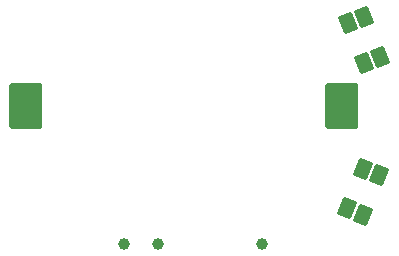
<source format=gbr>
%TF.GenerationSoftware,KiCad,Pcbnew,7.0.11*%
%TF.CreationDate,2024-11-14T13:48:53-05:00*%
%TF.ProjectId,IO_watch,494f5f77-6174-4636-982e-6b696361645f,rev?*%
%TF.SameCoordinates,Original*%
%TF.FileFunction,Soldermask,Bot*%
%TF.FilePolarity,Negative*%
%FSLAX46Y46*%
G04 Gerber Fmt 4.6, Leading zero omitted, Abs format (unit mm)*
G04 Created by KiCad (PCBNEW 7.0.11) date 2024-11-14 13:48:53*
%MOMM*%
%LPD*%
G01*
G04 APERTURE LIST*
G04 Aperture macros list*
%AMRoundRect*
0 Rectangle with rounded corners*
0 $1 Rounding radius*
0 $2 $3 $4 $5 $6 $7 $8 $9 X,Y pos of 4 corners*
0 Add a 4 corners polygon primitive as box body*
4,1,4,$2,$3,$4,$5,$6,$7,$8,$9,$2,$3,0*
0 Add four circle primitives for the rounded corners*
1,1,$1+$1,$2,$3*
1,1,$1+$1,$4,$5*
1,1,$1+$1,$6,$7*
1,1,$1+$1,$8,$9*
0 Add four rect primitives between the rounded corners*
20,1,$1+$1,$2,$3,$4,$5,0*
20,1,$1+$1,$4,$5,$6,$7,0*
20,1,$1+$1,$6,$7,$8,$9,0*
20,1,$1+$1,$8,$9,$2,$3,0*%
G04 Aperture macros list end*
%ADD10RoundRect,0.102000X-0.744218X0.460179X-0.233391X-0.843299X0.744218X-0.460179X0.233391X0.843299X0*%
%ADD11C,1.000000*%
%ADD12RoundRect,0.102000X1.295000X1.805000X-1.295000X1.805000X-1.295000X-1.805000X1.295000X-1.805000X0*%
%ADD13RoundRect,0.102000X-0.233391X0.843299X-0.744218X-0.460179X0.233391X-0.843299X0.744218X0.460179X0*%
G04 APERTURE END LIST*
D10*
%TO.C,S1*%
X148651794Y-77103365D03*
X147338237Y-73751564D03*
X147301763Y-77632436D03*
X145988206Y-74280635D03*
%TD*%
D11*
%TO.C,TP5*%
X138684000Y-92964000D03*
%TD*%
D12*
%TO.C,BT1*%
X118720000Y-81280000D03*
X145440000Y-81280000D03*
%TD*%
D13*
%TO.C,S2*%
X147239969Y-86592929D03*
X145926412Y-89944730D03*
X148590000Y-87122000D03*
X147276443Y-90473801D03*
%TD*%
D11*
%TO.C,TP1*%
X127000000Y-92964000D03*
%TD*%
%TO.C,TP2*%
X129921000Y-92964000D03*
%TD*%
M02*

</source>
